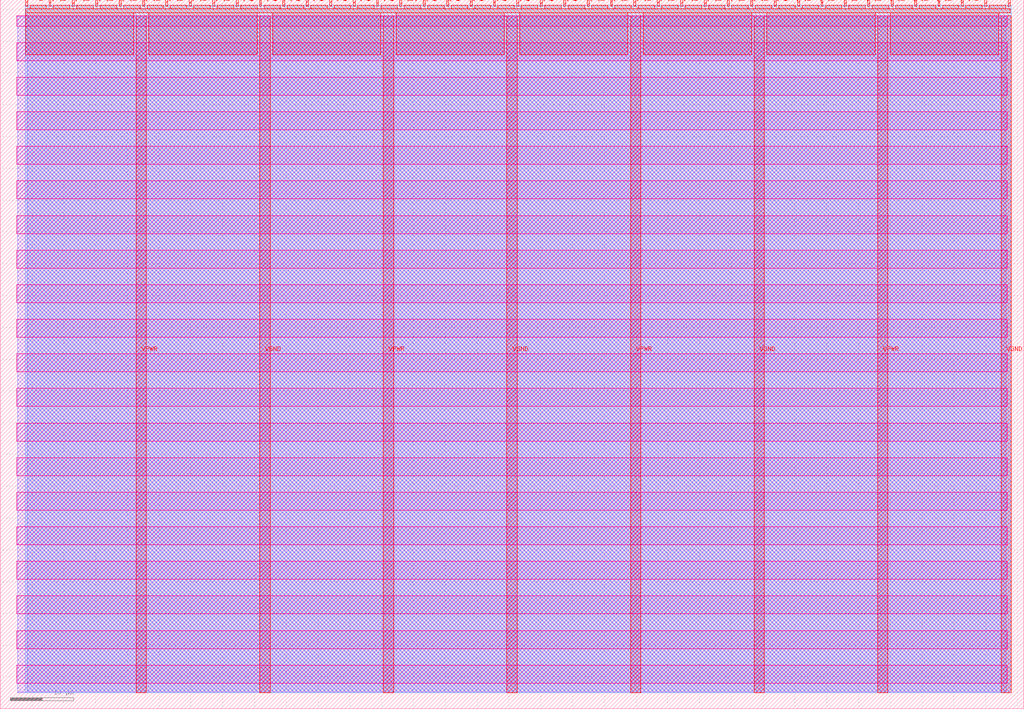
<source format=lef>
VERSION 5.7 ;
  NOWIREEXTENSIONATPIN ON ;
  DIVIDERCHAR "/" ;
  BUSBITCHARS "[]" ;
MACRO tt_um_ss_register
  CLASS BLOCK ;
  FOREIGN tt_um_ss_register ;
  ORIGIN 0.000 0.000 ;
  SIZE 161.000 BY 111.520 ;
  PIN VGND
    DIRECTION INOUT ;
    USE GROUND ;
    PORT
      LAYER met4 ;
        RECT 40.830 2.480 42.430 109.040 ;
    END
    PORT
      LAYER met4 ;
        RECT 79.700 2.480 81.300 109.040 ;
    END
    PORT
      LAYER met4 ;
        RECT 118.570 2.480 120.170 109.040 ;
    END
    PORT
      LAYER met4 ;
        RECT 157.440 2.480 159.040 109.040 ;
    END
  END VGND
  PIN VPWR
    DIRECTION INOUT ;
    USE POWER ;
    PORT
      LAYER met4 ;
        RECT 21.395 2.480 22.995 109.040 ;
    END
    PORT
      LAYER met4 ;
        RECT 60.265 2.480 61.865 109.040 ;
    END
    PORT
      LAYER met4 ;
        RECT 99.135 2.480 100.735 109.040 ;
    END
    PORT
      LAYER met4 ;
        RECT 138.005 2.480 139.605 109.040 ;
    END
  END VPWR
  PIN clk
    DIRECTION INPUT ;
    USE SIGNAL ;
    ANTENNAGATEAREA 0.852000 ;
    PORT
      LAYER met4 ;
        RECT 154.870 110.520 155.170 111.520 ;
    END
  END clk
  PIN ena
    DIRECTION INPUT ;
    USE SIGNAL ;
    ANTENNAGATEAREA 0.213000 ;
    PORT
      LAYER met4 ;
        RECT 158.550 110.520 158.850 111.520 ;
    END
  END ena
  PIN rst_n
    DIRECTION INPUT ;
    USE SIGNAL ;
    ANTENNAGATEAREA 0.213000 ;
    PORT
      LAYER met4 ;
        RECT 151.190 110.520 151.490 111.520 ;
    END
  END rst_n
  PIN ui_in[0]
    DIRECTION INPUT ;
    USE SIGNAL ;
    ANTENNAGATEAREA 0.196500 ;
    PORT
      LAYER met4 ;
        RECT 147.510 110.520 147.810 111.520 ;
    END
  END ui_in[0]
  PIN ui_in[1]
    DIRECTION INPUT ;
    USE SIGNAL ;
    ANTENNAGATEAREA 0.213000 ;
    PORT
      LAYER met4 ;
        RECT 143.830 110.520 144.130 111.520 ;
    END
  END ui_in[1]
  PIN ui_in[2]
    DIRECTION INPUT ;
    USE SIGNAL ;
    PORT
      LAYER met4 ;
        RECT 140.150 110.520 140.450 111.520 ;
    END
  END ui_in[2]
  PIN ui_in[3]
    DIRECTION INPUT ;
    USE SIGNAL ;
    PORT
      LAYER met4 ;
        RECT 136.470 110.520 136.770 111.520 ;
    END
  END ui_in[3]
  PIN ui_in[4]
    DIRECTION INPUT ;
    USE SIGNAL ;
    PORT
      LAYER met4 ;
        RECT 132.790 110.520 133.090 111.520 ;
    END
  END ui_in[4]
  PIN ui_in[5]
    DIRECTION INPUT ;
    USE SIGNAL ;
    PORT
      LAYER met4 ;
        RECT 129.110 110.520 129.410 111.520 ;
    END
  END ui_in[5]
  PIN ui_in[6]
    DIRECTION INPUT ;
    USE SIGNAL ;
    PORT
      LAYER met4 ;
        RECT 125.430 110.520 125.730 111.520 ;
    END
  END ui_in[6]
  PIN ui_in[7]
    DIRECTION INPUT ;
    USE SIGNAL ;
    PORT
      LAYER met4 ;
        RECT 121.750 110.520 122.050 111.520 ;
    END
  END ui_in[7]
  PIN uio_in[0]
    DIRECTION INPUT ;
    USE SIGNAL ;
    PORT
      LAYER met4 ;
        RECT 118.070 110.520 118.370 111.520 ;
    END
  END uio_in[0]
  PIN uio_in[1]
    DIRECTION INPUT ;
    USE SIGNAL ;
    PORT
      LAYER met4 ;
        RECT 114.390 110.520 114.690 111.520 ;
    END
  END uio_in[1]
  PIN uio_in[2]
    DIRECTION INPUT ;
    USE SIGNAL ;
    PORT
      LAYER met4 ;
        RECT 110.710 110.520 111.010 111.520 ;
    END
  END uio_in[2]
  PIN uio_in[3]
    DIRECTION INPUT ;
    USE SIGNAL ;
    PORT
      LAYER met4 ;
        RECT 107.030 110.520 107.330 111.520 ;
    END
  END uio_in[3]
  PIN uio_in[4]
    DIRECTION INPUT ;
    USE SIGNAL ;
    PORT
      LAYER met4 ;
        RECT 103.350 110.520 103.650 111.520 ;
    END
  END uio_in[4]
  PIN uio_in[5]
    DIRECTION INPUT ;
    USE SIGNAL ;
    PORT
      LAYER met4 ;
        RECT 99.670 110.520 99.970 111.520 ;
    END
  END uio_in[5]
  PIN uio_in[6]
    DIRECTION INPUT ;
    USE SIGNAL ;
    PORT
      LAYER met4 ;
        RECT 95.990 110.520 96.290 111.520 ;
    END
  END uio_in[6]
  PIN uio_in[7]
    DIRECTION INPUT ;
    USE SIGNAL ;
    PORT
      LAYER met4 ;
        RECT 92.310 110.520 92.610 111.520 ;
    END
  END uio_in[7]
  PIN uio_oe[0]
    DIRECTION OUTPUT TRISTATE ;
    USE SIGNAL ;
    PORT
      LAYER met4 ;
        RECT 29.750 110.520 30.050 111.520 ;
    END
  END uio_oe[0]
  PIN uio_oe[1]
    DIRECTION OUTPUT TRISTATE ;
    USE SIGNAL ;
    PORT
      LAYER met4 ;
        RECT 26.070 110.520 26.370 111.520 ;
    END
  END uio_oe[1]
  PIN uio_oe[2]
    DIRECTION OUTPUT TRISTATE ;
    USE SIGNAL ;
    PORT
      LAYER met4 ;
        RECT 22.390 110.520 22.690 111.520 ;
    END
  END uio_oe[2]
  PIN uio_oe[3]
    DIRECTION OUTPUT TRISTATE ;
    USE SIGNAL ;
    PORT
      LAYER met4 ;
        RECT 18.710 110.520 19.010 111.520 ;
    END
  END uio_oe[3]
  PIN uio_oe[4]
    DIRECTION OUTPUT TRISTATE ;
    USE SIGNAL ;
    PORT
      LAYER met4 ;
        RECT 15.030 110.520 15.330 111.520 ;
    END
  END uio_oe[4]
  PIN uio_oe[5]
    DIRECTION OUTPUT TRISTATE ;
    USE SIGNAL ;
    PORT
      LAYER met4 ;
        RECT 11.350 110.520 11.650 111.520 ;
    END
  END uio_oe[5]
  PIN uio_oe[6]
    DIRECTION OUTPUT TRISTATE ;
    USE SIGNAL ;
    PORT
      LAYER met4 ;
        RECT 7.670 110.520 7.970 111.520 ;
    END
  END uio_oe[6]
  PIN uio_oe[7]
    DIRECTION OUTPUT TRISTATE ;
    USE SIGNAL ;
    PORT
      LAYER met4 ;
        RECT 3.990 110.520 4.290 111.520 ;
    END
  END uio_oe[7]
  PIN uio_out[0]
    DIRECTION OUTPUT TRISTATE ;
    USE SIGNAL ;
    PORT
      LAYER met4 ;
        RECT 59.190 110.520 59.490 111.520 ;
    END
  END uio_out[0]
  PIN uio_out[1]
    DIRECTION OUTPUT TRISTATE ;
    USE SIGNAL ;
    PORT
      LAYER met4 ;
        RECT 55.510 110.520 55.810 111.520 ;
    END
  END uio_out[1]
  PIN uio_out[2]
    DIRECTION OUTPUT TRISTATE ;
    USE SIGNAL ;
    PORT
      LAYER met4 ;
        RECT 51.830 110.520 52.130 111.520 ;
    END
  END uio_out[2]
  PIN uio_out[3]
    DIRECTION OUTPUT TRISTATE ;
    USE SIGNAL ;
    PORT
      LAYER met4 ;
        RECT 48.150 110.520 48.450 111.520 ;
    END
  END uio_out[3]
  PIN uio_out[4]
    DIRECTION OUTPUT TRISTATE ;
    USE SIGNAL ;
    PORT
      LAYER met4 ;
        RECT 44.470 110.520 44.770 111.520 ;
    END
  END uio_out[4]
  PIN uio_out[5]
    DIRECTION OUTPUT TRISTATE ;
    USE SIGNAL ;
    PORT
      LAYER met4 ;
        RECT 40.790 110.520 41.090 111.520 ;
    END
  END uio_out[5]
  PIN uio_out[6]
    DIRECTION OUTPUT TRISTATE ;
    USE SIGNAL ;
    PORT
      LAYER met4 ;
        RECT 37.110 110.520 37.410 111.520 ;
    END
  END uio_out[6]
  PIN uio_out[7]
    DIRECTION OUTPUT TRISTATE ;
    USE SIGNAL ;
    PORT
      LAYER met4 ;
        RECT 33.430 110.520 33.730 111.520 ;
    END
  END uio_out[7]
  PIN uo_out[0]
    DIRECTION OUTPUT TRISTATE ;
    USE SIGNAL ;
    ANTENNADIFFAREA 0.795200 ;
    PORT
      LAYER met4 ;
        RECT 88.630 110.520 88.930 111.520 ;
    END
  END uo_out[0]
  PIN uo_out[1]
    DIRECTION OUTPUT TRISTATE ;
    USE SIGNAL ;
    PORT
      LAYER met4 ;
        RECT 84.950 110.520 85.250 111.520 ;
    END
  END uo_out[1]
  PIN uo_out[2]
    DIRECTION OUTPUT TRISTATE ;
    USE SIGNAL ;
    PORT
      LAYER met4 ;
        RECT 81.270 110.520 81.570 111.520 ;
    END
  END uo_out[2]
  PIN uo_out[3]
    DIRECTION OUTPUT TRISTATE ;
    USE SIGNAL ;
    PORT
      LAYER met4 ;
        RECT 77.590 110.520 77.890 111.520 ;
    END
  END uo_out[3]
  PIN uo_out[4]
    DIRECTION OUTPUT TRISTATE ;
    USE SIGNAL ;
    PORT
      LAYER met4 ;
        RECT 73.910 110.520 74.210 111.520 ;
    END
  END uo_out[4]
  PIN uo_out[5]
    DIRECTION OUTPUT TRISTATE ;
    USE SIGNAL ;
    PORT
      LAYER met4 ;
        RECT 70.230 110.520 70.530 111.520 ;
    END
  END uo_out[5]
  PIN uo_out[6]
    DIRECTION OUTPUT TRISTATE ;
    USE SIGNAL ;
    PORT
      LAYER met4 ;
        RECT 66.550 110.520 66.850 111.520 ;
    END
  END uo_out[6]
  PIN uo_out[7]
    DIRECTION OUTPUT TRISTATE ;
    USE SIGNAL ;
    PORT
      LAYER met4 ;
        RECT 62.870 110.520 63.170 111.520 ;
    END
  END uo_out[7]
  OBS
      LAYER nwell ;
        RECT 2.570 107.385 158.430 108.990 ;
        RECT 2.570 101.945 158.430 104.775 ;
        RECT 2.570 96.505 158.430 99.335 ;
        RECT 2.570 91.065 158.430 93.895 ;
        RECT 2.570 85.625 158.430 88.455 ;
        RECT 2.570 80.185 158.430 83.015 ;
        RECT 2.570 74.745 158.430 77.575 ;
        RECT 2.570 69.305 158.430 72.135 ;
        RECT 2.570 63.865 158.430 66.695 ;
        RECT 2.570 58.425 158.430 61.255 ;
        RECT 2.570 52.985 158.430 55.815 ;
        RECT 2.570 47.545 158.430 50.375 ;
        RECT 2.570 42.105 158.430 44.935 ;
        RECT 2.570 36.665 158.430 39.495 ;
        RECT 2.570 31.225 158.430 34.055 ;
        RECT 2.570 25.785 158.430 28.615 ;
        RECT 2.570 20.345 158.430 23.175 ;
        RECT 2.570 14.905 158.430 17.735 ;
        RECT 2.570 9.465 158.430 12.295 ;
        RECT 2.570 4.025 158.430 6.855 ;
      LAYER li1 ;
        RECT 2.760 2.635 158.240 108.885 ;
      LAYER met1 ;
        RECT 2.760 2.480 159.040 109.040 ;
      LAYER met2 ;
        RECT 4.230 2.535 159.010 110.685 ;
      LAYER met3 ;
        RECT 3.950 2.555 159.030 110.665 ;
      LAYER met4 ;
        RECT 4.690 110.120 7.270 110.665 ;
        RECT 8.370 110.120 10.950 110.665 ;
        RECT 12.050 110.120 14.630 110.665 ;
        RECT 15.730 110.120 18.310 110.665 ;
        RECT 19.410 110.120 21.990 110.665 ;
        RECT 23.090 110.120 25.670 110.665 ;
        RECT 26.770 110.120 29.350 110.665 ;
        RECT 30.450 110.120 33.030 110.665 ;
        RECT 34.130 110.120 36.710 110.665 ;
        RECT 37.810 110.120 40.390 110.665 ;
        RECT 41.490 110.120 44.070 110.665 ;
        RECT 45.170 110.120 47.750 110.665 ;
        RECT 48.850 110.120 51.430 110.665 ;
        RECT 52.530 110.120 55.110 110.665 ;
        RECT 56.210 110.120 58.790 110.665 ;
        RECT 59.890 110.120 62.470 110.665 ;
        RECT 63.570 110.120 66.150 110.665 ;
        RECT 67.250 110.120 69.830 110.665 ;
        RECT 70.930 110.120 73.510 110.665 ;
        RECT 74.610 110.120 77.190 110.665 ;
        RECT 78.290 110.120 80.870 110.665 ;
        RECT 81.970 110.120 84.550 110.665 ;
        RECT 85.650 110.120 88.230 110.665 ;
        RECT 89.330 110.120 91.910 110.665 ;
        RECT 93.010 110.120 95.590 110.665 ;
        RECT 96.690 110.120 99.270 110.665 ;
        RECT 100.370 110.120 102.950 110.665 ;
        RECT 104.050 110.120 106.630 110.665 ;
        RECT 107.730 110.120 110.310 110.665 ;
        RECT 111.410 110.120 113.990 110.665 ;
        RECT 115.090 110.120 117.670 110.665 ;
        RECT 118.770 110.120 121.350 110.665 ;
        RECT 122.450 110.120 125.030 110.665 ;
        RECT 126.130 110.120 128.710 110.665 ;
        RECT 129.810 110.120 132.390 110.665 ;
        RECT 133.490 110.120 136.070 110.665 ;
        RECT 137.170 110.120 139.750 110.665 ;
        RECT 140.850 110.120 143.430 110.665 ;
        RECT 144.530 110.120 147.110 110.665 ;
        RECT 148.210 110.120 150.790 110.665 ;
        RECT 151.890 110.120 154.470 110.665 ;
        RECT 155.570 110.120 158.150 110.665 ;
        RECT 3.975 109.440 158.865 110.120 ;
        RECT 3.975 102.855 20.995 109.440 ;
        RECT 23.395 102.855 40.430 109.440 ;
        RECT 42.830 102.855 59.865 109.440 ;
        RECT 62.265 102.855 79.300 109.440 ;
        RECT 81.700 102.855 98.735 109.440 ;
        RECT 101.135 102.855 118.170 109.440 ;
        RECT 120.570 102.855 137.605 109.440 ;
        RECT 140.005 102.855 157.040 109.440 ;
  END
END tt_um_ss_register
END LIBRARY


</source>
